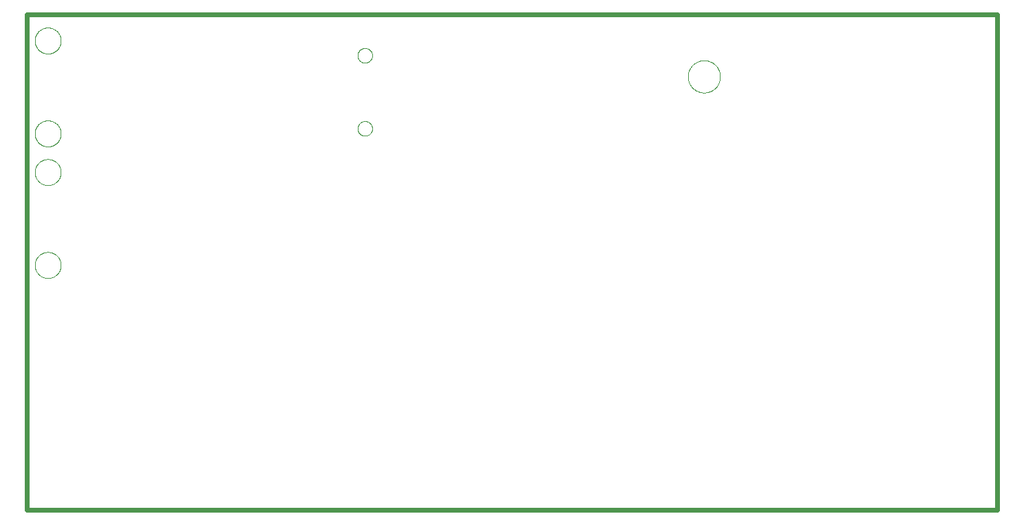
<source format=gko>
G75*
%MOIN*%
%OFA0B0*%
%FSLAX25Y25*%
%IPPOS*%
%LPD*%
%AMOC8*
5,1,8,0,0,1.08239X$1,22.5*
%
%ADD10C,0.00000*%
%ADD11C,0.02400*%
D10*
X0024951Y0172565D02*
X0024953Y0172723D01*
X0024959Y0172881D01*
X0024969Y0173039D01*
X0024983Y0173197D01*
X0025001Y0173354D01*
X0025022Y0173511D01*
X0025048Y0173667D01*
X0025078Y0173823D01*
X0025111Y0173978D01*
X0025149Y0174131D01*
X0025190Y0174284D01*
X0025235Y0174436D01*
X0025284Y0174587D01*
X0025337Y0174736D01*
X0025393Y0174884D01*
X0025453Y0175030D01*
X0025517Y0175175D01*
X0025585Y0175318D01*
X0025656Y0175460D01*
X0025730Y0175600D01*
X0025808Y0175737D01*
X0025890Y0175873D01*
X0025974Y0176007D01*
X0026063Y0176138D01*
X0026154Y0176267D01*
X0026249Y0176394D01*
X0026346Y0176519D01*
X0026447Y0176641D01*
X0026551Y0176760D01*
X0026658Y0176877D01*
X0026768Y0176991D01*
X0026881Y0177102D01*
X0026996Y0177211D01*
X0027114Y0177316D01*
X0027235Y0177418D01*
X0027358Y0177518D01*
X0027484Y0177614D01*
X0027612Y0177707D01*
X0027742Y0177797D01*
X0027875Y0177883D01*
X0028010Y0177967D01*
X0028146Y0178046D01*
X0028285Y0178123D01*
X0028426Y0178195D01*
X0028568Y0178265D01*
X0028712Y0178330D01*
X0028858Y0178392D01*
X0029005Y0178450D01*
X0029154Y0178505D01*
X0029304Y0178556D01*
X0029455Y0178603D01*
X0029607Y0178646D01*
X0029760Y0178685D01*
X0029915Y0178721D01*
X0030070Y0178752D01*
X0030226Y0178780D01*
X0030382Y0178804D01*
X0030539Y0178824D01*
X0030697Y0178840D01*
X0030854Y0178852D01*
X0031013Y0178860D01*
X0031171Y0178864D01*
X0031329Y0178864D01*
X0031487Y0178860D01*
X0031646Y0178852D01*
X0031803Y0178840D01*
X0031961Y0178824D01*
X0032118Y0178804D01*
X0032274Y0178780D01*
X0032430Y0178752D01*
X0032585Y0178721D01*
X0032740Y0178685D01*
X0032893Y0178646D01*
X0033045Y0178603D01*
X0033196Y0178556D01*
X0033346Y0178505D01*
X0033495Y0178450D01*
X0033642Y0178392D01*
X0033788Y0178330D01*
X0033932Y0178265D01*
X0034074Y0178195D01*
X0034215Y0178123D01*
X0034354Y0178046D01*
X0034490Y0177967D01*
X0034625Y0177883D01*
X0034758Y0177797D01*
X0034888Y0177707D01*
X0035016Y0177614D01*
X0035142Y0177518D01*
X0035265Y0177418D01*
X0035386Y0177316D01*
X0035504Y0177211D01*
X0035619Y0177102D01*
X0035732Y0176991D01*
X0035842Y0176877D01*
X0035949Y0176760D01*
X0036053Y0176641D01*
X0036154Y0176519D01*
X0036251Y0176394D01*
X0036346Y0176267D01*
X0036437Y0176138D01*
X0036526Y0176007D01*
X0036610Y0175873D01*
X0036692Y0175737D01*
X0036770Y0175600D01*
X0036844Y0175460D01*
X0036915Y0175318D01*
X0036983Y0175175D01*
X0037047Y0175030D01*
X0037107Y0174884D01*
X0037163Y0174736D01*
X0037216Y0174587D01*
X0037265Y0174436D01*
X0037310Y0174284D01*
X0037351Y0174131D01*
X0037389Y0173978D01*
X0037422Y0173823D01*
X0037452Y0173667D01*
X0037478Y0173511D01*
X0037499Y0173354D01*
X0037517Y0173197D01*
X0037531Y0173039D01*
X0037541Y0172881D01*
X0037547Y0172723D01*
X0037549Y0172565D01*
X0037547Y0172407D01*
X0037541Y0172249D01*
X0037531Y0172091D01*
X0037517Y0171933D01*
X0037499Y0171776D01*
X0037478Y0171619D01*
X0037452Y0171463D01*
X0037422Y0171307D01*
X0037389Y0171152D01*
X0037351Y0170999D01*
X0037310Y0170846D01*
X0037265Y0170694D01*
X0037216Y0170543D01*
X0037163Y0170394D01*
X0037107Y0170246D01*
X0037047Y0170100D01*
X0036983Y0169955D01*
X0036915Y0169812D01*
X0036844Y0169670D01*
X0036770Y0169530D01*
X0036692Y0169393D01*
X0036610Y0169257D01*
X0036526Y0169123D01*
X0036437Y0168992D01*
X0036346Y0168863D01*
X0036251Y0168736D01*
X0036154Y0168611D01*
X0036053Y0168489D01*
X0035949Y0168370D01*
X0035842Y0168253D01*
X0035732Y0168139D01*
X0035619Y0168028D01*
X0035504Y0167919D01*
X0035386Y0167814D01*
X0035265Y0167712D01*
X0035142Y0167612D01*
X0035016Y0167516D01*
X0034888Y0167423D01*
X0034758Y0167333D01*
X0034625Y0167247D01*
X0034490Y0167163D01*
X0034354Y0167084D01*
X0034215Y0167007D01*
X0034074Y0166935D01*
X0033932Y0166865D01*
X0033788Y0166800D01*
X0033642Y0166738D01*
X0033495Y0166680D01*
X0033346Y0166625D01*
X0033196Y0166574D01*
X0033045Y0166527D01*
X0032893Y0166484D01*
X0032740Y0166445D01*
X0032585Y0166409D01*
X0032430Y0166378D01*
X0032274Y0166350D01*
X0032118Y0166326D01*
X0031961Y0166306D01*
X0031803Y0166290D01*
X0031646Y0166278D01*
X0031487Y0166270D01*
X0031329Y0166266D01*
X0031171Y0166266D01*
X0031013Y0166270D01*
X0030854Y0166278D01*
X0030697Y0166290D01*
X0030539Y0166306D01*
X0030382Y0166326D01*
X0030226Y0166350D01*
X0030070Y0166378D01*
X0029915Y0166409D01*
X0029760Y0166445D01*
X0029607Y0166484D01*
X0029455Y0166527D01*
X0029304Y0166574D01*
X0029154Y0166625D01*
X0029005Y0166680D01*
X0028858Y0166738D01*
X0028712Y0166800D01*
X0028568Y0166865D01*
X0028426Y0166935D01*
X0028285Y0167007D01*
X0028146Y0167084D01*
X0028010Y0167163D01*
X0027875Y0167247D01*
X0027742Y0167333D01*
X0027612Y0167423D01*
X0027484Y0167516D01*
X0027358Y0167612D01*
X0027235Y0167712D01*
X0027114Y0167814D01*
X0026996Y0167919D01*
X0026881Y0168028D01*
X0026768Y0168139D01*
X0026658Y0168253D01*
X0026551Y0168370D01*
X0026447Y0168489D01*
X0026346Y0168611D01*
X0026249Y0168736D01*
X0026154Y0168863D01*
X0026063Y0168992D01*
X0025974Y0169123D01*
X0025890Y0169257D01*
X0025808Y0169393D01*
X0025730Y0169530D01*
X0025656Y0169670D01*
X0025585Y0169812D01*
X0025517Y0169955D01*
X0025453Y0170100D01*
X0025393Y0170246D01*
X0025337Y0170394D01*
X0025284Y0170543D01*
X0025235Y0170694D01*
X0025190Y0170846D01*
X0025149Y0170999D01*
X0025111Y0171152D01*
X0025078Y0171307D01*
X0025048Y0171463D01*
X0025022Y0171619D01*
X0025001Y0171776D01*
X0024983Y0171933D01*
X0024969Y0172091D01*
X0024959Y0172249D01*
X0024953Y0172407D01*
X0024951Y0172565D01*
X0024951Y0217565D02*
X0024953Y0217723D01*
X0024959Y0217881D01*
X0024969Y0218039D01*
X0024983Y0218197D01*
X0025001Y0218354D01*
X0025022Y0218511D01*
X0025048Y0218667D01*
X0025078Y0218823D01*
X0025111Y0218978D01*
X0025149Y0219131D01*
X0025190Y0219284D01*
X0025235Y0219436D01*
X0025284Y0219587D01*
X0025337Y0219736D01*
X0025393Y0219884D01*
X0025453Y0220030D01*
X0025517Y0220175D01*
X0025585Y0220318D01*
X0025656Y0220460D01*
X0025730Y0220600D01*
X0025808Y0220737D01*
X0025890Y0220873D01*
X0025974Y0221007D01*
X0026063Y0221138D01*
X0026154Y0221267D01*
X0026249Y0221394D01*
X0026346Y0221519D01*
X0026447Y0221641D01*
X0026551Y0221760D01*
X0026658Y0221877D01*
X0026768Y0221991D01*
X0026881Y0222102D01*
X0026996Y0222211D01*
X0027114Y0222316D01*
X0027235Y0222418D01*
X0027358Y0222518D01*
X0027484Y0222614D01*
X0027612Y0222707D01*
X0027742Y0222797D01*
X0027875Y0222883D01*
X0028010Y0222967D01*
X0028146Y0223046D01*
X0028285Y0223123D01*
X0028426Y0223195D01*
X0028568Y0223265D01*
X0028712Y0223330D01*
X0028858Y0223392D01*
X0029005Y0223450D01*
X0029154Y0223505D01*
X0029304Y0223556D01*
X0029455Y0223603D01*
X0029607Y0223646D01*
X0029760Y0223685D01*
X0029915Y0223721D01*
X0030070Y0223752D01*
X0030226Y0223780D01*
X0030382Y0223804D01*
X0030539Y0223824D01*
X0030697Y0223840D01*
X0030854Y0223852D01*
X0031013Y0223860D01*
X0031171Y0223864D01*
X0031329Y0223864D01*
X0031487Y0223860D01*
X0031646Y0223852D01*
X0031803Y0223840D01*
X0031961Y0223824D01*
X0032118Y0223804D01*
X0032274Y0223780D01*
X0032430Y0223752D01*
X0032585Y0223721D01*
X0032740Y0223685D01*
X0032893Y0223646D01*
X0033045Y0223603D01*
X0033196Y0223556D01*
X0033346Y0223505D01*
X0033495Y0223450D01*
X0033642Y0223392D01*
X0033788Y0223330D01*
X0033932Y0223265D01*
X0034074Y0223195D01*
X0034215Y0223123D01*
X0034354Y0223046D01*
X0034490Y0222967D01*
X0034625Y0222883D01*
X0034758Y0222797D01*
X0034888Y0222707D01*
X0035016Y0222614D01*
X0035142Y0222518D01*
X0035265Y0222418D01*
X0035386Y0222316D01*
X0035504Y0222211D01*
X0035619Y0222102D01*
X0035732Y0221991D01*
X0035842Y0221877D01*
X0035949Y0221760D01*
X0036053Y0221641D01*
X0036154Y0221519D01*
X0036251Y0221394D01*
X0036346Y0221267D01*
X0036437Y0221138D01*
X0036526Y0221007D01*
X0036610Y0220873D01*
X0036692Y0220737D01*
X0036770Y0220600D01*
X0036844Y0220460D01*
X0036915Y0220318D01*
X0036983Y0220175D01*
X0037047Y0220030D01*
X0037107Y0219884D01*
X0037163Y0219736D01*
X0037216Y0219587D01*
X0037265Y0219436D01*
X0037310Y0219284D01*
X0037351Y0219131D01*
X0037389Y0218978D01*
X0037422Y0218823D01*
X0037452Y0218667D01*
X0037478Y0218511D01*
X0037499Y0218354D01*
X0037517Y0218197D01*
X0037531Y0218039D01*
X0037541Y0217881D01*
X0037547Y0217723D01*
X0037549Y0217565D01*
X0037547Y0217407D01*
X0037541Y0217249D01*
X0037531Y0217091D01*
X0037517Y0216933D01*
X0037499Y0216776D01*
X0037478Y0216619D01*
X0037452Y0216463D01*
X0037422Y0216307D01*
X0037389Y0216152D01*
X0037351Y0215999D01*
X0037310Y0215846D01*
X0037265Y0215694D01*
X0037216Y0215543D01*
X0037163Y0215394D01*
X0037107Y0215246D01*
X0037047Y0215100D01*
X0036983Y0214955D01*
X0036915Y0214812D01*
X0036844Y0214670D01*
X0036770Y0214530D01*
X0036692Y0214393D01*
X0036610Y0214257D01*
X0036526Y0214123D01*
X0036437Y0213992D01*
X0036346Y0213863D01*
X0036251Y0213736D01*
X0036154Y0213611D01*
X0036053Y0213489D01*
X0035949Y0213370D01*
X0035842Y0213253D01*
X0035732Y0213139D01*
X0035619Y0213028D01*
X0035504Y0212919D01*
X0035386Y0212814D01*
X0035265Y0212712D01*
X0035142Y0212612D01*
X0035016Y0212516D01*
X0034888Y0212423D01*
X0034758Y0212333D01*
X0034625Y0212247D01*
X0034490Y0212163D01*
X0034354Y0212084D01*
X0034215Y0212007D01*
X0034074Y0211935D01*
X0033932Y0211865D01*
X0033788Y0211800D01*
X0033642Y0211738D01*
X0033495Y0211680D01*
X0033346Y0211625D01*
X0033196Y0211574D01*
X0033045Y0211527D01*
X0032893Y0211484D01*
X0032740Y0211445D01*
X0032585Y0211409D01*
X0032430Y0211378D01*
X0032274Y0211350D01*
X0032118Y0211326D01*
X0031961Y0211306D01*
X0031803Y0211290D01*
X0031646Y0211278D01*
X0031487Y0211270D01*
X0031329Y0211266D01*
X0031171Y0211266D01*
X0031013Y0211270D01*
X0030854Y0211278D01*
X0030697Y0211290D01*
X0030539Y0211306D01*
X0030382Y0211326D01*
X0030226Y0211350D01*
X0030070Y0211378D01*
X0029915Y0211409D01*
X0029760Y0211445D01*
X0029607Y0211484D01*
X0029455Y0211527D01*
X0029304Y0211574D01*
X0029154Y0211625D01*
X0029005Y0211680D01*
X0028858Y0211738D01*
X0028712Y0211800D01*
X0028568Y0211865D01*
X0028426Y0211935D01*
X0028285Y0212007D01*
X0028146Y0212084D01*
X0028010Y0212163D01*
X0027875Y0212247D01*
X0027742Y0212333D01*
X0027612Y0212423D01*
X0027484Y0212516D01*
X0027358Y0212612D01*
X0027235Y0212712D01*
X0027114Y0212814D01*
X0026996Y0212919D01*
X0026881Y0213028D01*
X0026768Y0213139D01*
X0026658Y0213253D01*
X0026551Y0213370D01*
X0026447Y0213489D01*
X0026346Y0213611D01*
X0026249Y0213736D01*
X0026154Y0213863D01*
X0026063Y0213992D01*
X0025974Y0214123D01*
X0025890Y0214257D01*
X0025808Y0214393D01*
X0025730Y0214530D01*
X0025656Y0214670D01*
X0025585Y0214812D01*
X0025517Y0214955D01*
X0025453Y0215100D01*
X0025393Y0215246D01*
X0025337Y0215394D01*
X0025284Y0215543D01*
X0025235Y0215694D01*
X0025190Y0215846D01*
X0025149Y0215999D01*
X0025111Y0216152D01*
X0025078Y0216307D01*
X0025048Y0216463D01*
X0025022Y0216619D01*
X0025001Y0216776D01*
X0024983Y0216933D01*
X0024969Y0217091D01*
X0024959Y0217249D01*
X0024953Y0217407D01*
X0024951Y0217565D01*
X0024951Y0236315D02*
X0024953Y0236473D01*
X0024959Y0236631D01*
X0024969Y0236789D01*
X0024983Y0236947D01*
X0025001Y0237104D01*
X0025022Y0237261D01*
X0025048Y0237417D01*
X0025078Y0237573D01*
X0025111Y0237728D01*
X0025149Y0237881D01*
X0025190Y0238034D01*
X0025235Y0238186D01*
X0025284Y0238337D01*
X0025337Y0238486D01*
X0025393Y0238634D01*
X0025453Y0238780D01*
X0025517Y0238925D01*
X0025585Y0239068D01*
X0025656Y0239210D01*
X0025730Y0239350D01*
X0025808Y0239487D01*
X0025890Y0239623D01*
X0025974Y0239757D01*
X0026063Y0239888D01*
X0026154Y0240017D01*
X0026249Y0240144D01*
X0026346Y0240269D01*
X0026447Y0240391D01*
X0026551Y0240510D01*
X0026658Y0240627D01*
X0026768Y0240741D01*
X0026881Y0240852D01*
X0026996Y0240961D01*
X0027114Y0241066D01*
X0027235Y0241168D01*
X0027358Y0241268D01*
X0027484Y0241364D01*
X0027612Y0241457D01*
X0027742Y0241547D01*
X0027875Y0241633D01*
X0028010Y0241717D01*
X0028146Y0241796D01*
X0028285Y0241873D01*
X0028426Y0241945D01*
X0028568Y0242015D01*
X0028712Y0242080D01*
X0028858Y0242142D01*
X0029005Y0242200D01*
X0029154Y0242255D01*
X0029304Y0242306D01*
X0029455Y0242353D01*
X0029607Y0242396D01*
X0029760Y0242435D01*
X0029915Y0242471D01*
X0030070Y0242502D01*
X0030226Y0242530D01*
X0030382Y0242554D01*
X0030539Y0242574D01*
X0030697Y0242590D01*
X0030854Y0242602D01*
X0031013Y0242610D01*
X0031171Y0242614D01*
X0031329Y0242614D01*
X0031487Y0242610D01*
X0031646Y0242602D01*
X0031803Y0242590D01*
X0031961Y0242574D01*
X0032118Y0242554D01*
X0032274Y0242530D01*
X0032430Y0242502D01*
X0032585Y0242471D01*
X0032740Y0242435D01*
X0032893Y0242396D01*
X0033045Y0242353D01*
X0033196Y0242306D01*
X0033346Y0242255D01*
X0033495Y0242200D01*
X0033642Y0242142D01*
X0033788Y0242080D01*
X0033932Y0242015D01*
X0034074Y0241945D01*
X0034215Y0241873D01*
X0034354Y0241796D01*
X0034490Y0241717D01*
X0034625Y0241633D01*
X0034758Y0241547D01*
X0034888Y0241457D01*
X0035016Y0241364D01*
X0035142Y0241268D01*
X0035265Y0241168D01*
X0035386Y0241066D01*
X0035504Y0240961D01*
X0035619Y0240852D01*
X0035732Y0240741D01*
X0035842Y0240627D01*
X0035949Y0240510D01*
X0036053Y0240391D01*
X0036154Y0240269D01*
X0036251Y0240144D01*
X0036346Y0240017D01*
X0036437Y0239888D01*
X0036526Y0239757D01*
X0036610Y0239623D01*
X0036692Y0239487D01*
X0036770Y0239350D01*
X0036844Y0239210D01*
X0036915Y0239068D01*
X0036983Y0238925D01*
X0037047Y0238780D01*
X0037107Y0238634D01*
X0037163Y0238486D01*
X0037216Y0238337D01*
X0037265Y0238186D01*
X0037310Y0238034D01*
X0037351Y0237881D01*
X0037389Y0237728D01*
X0037422Y0237573D01*
X0037452Y0237417D01*
X0037478Y0237261D01*
X0037499Y0237104D01*
X0037517Y0236947D01*
X0037531Y0236789D01*
X0037541Y0236631D01*
X0037547Y0236473D01*
X0037549Y0236315D01*
X0037547Y0236157D01*
X0037541Y0235999D01*
X0037531Y0235841D01*
X0037517Y0235683D01*
X0037499Y0235526D01*
X0037478Y0235369D01*
X0037452Y0235213D01*
X0037422Y0235057D01*
X0037389Y0234902D01*
X0037351Y0234749D01*
X0037310Y0234596D01*
X0037265Y0234444D01*
X0037216Y0234293D01*
X0037163Y0234144D01*
X0037107Y0233996D01*
X0037047Y0233850D01*
X0036983Y0233705D01*
X0036915Y0233562D01*
X0036844Y0233420D01*
X0036770Y0233280D01*
X0036692Y0233143D01*
X0036610Y0233007D01*
X0036526Y0232873D01*
X0036437Y0232742D01*
X0036346Y0232613D01*
X0036251Y0232486D01*
X0036154Y0232361D01*
X0036053Y0232239D01*
X0035949Y0232120D01*
X0035842Y0232003D01*
X0035732Y0231889D01*
X0035619Y0231778D01*
X0035504Y0231669D01*
X0035386Y0231564D01*
X0035265Y0231462D01*
X0035142Y0231362D01*
X0035016Y0231266D01*
X0034888Y0231173D01*
X0034758Y0231083D01*
X0034625Y0230997D01*
X0034490Y0230913D01*
X0034354Y0230834D01*
X0034215Y0230757D01*
X0034074Y0230685D01*
X0033932Y0230615D01*
X0033788Y0230550D01*
X0033642Y0230488D01*
X0033495Y0230430D01*
X0033346Y0230375D01*
X0033196Y0230324D01*
X0033045Y0230277D01*
X0032893Y0230234D01*
X0032740Y0230195D01*
X0032585Y0230159D01*
X0032430Y0230128D01*
X0032274Y0230100D01*
X0032118Y0230076D01*
X0031961Y0230056D01*
X0031803Y0230040D01*
X0031646Y0230028D01*
X0031487Y0230020D01*
X0031329Y0230016D01*
X0031171Y0230016D01*
X0031013Y0230020D01*
X0030854Y0230028D01*
X0030697Y0230040D01*
X0030539Y0230056D01*
X0030382Y0230076D01*
X0030226Y0230100D01*
X0030070Y0230128D01*
X0029915Y0230159D01*
X0029760Y0230195D01*
X0029607Y0230234D01*
X0029455Y0230277D01*
X0029304Y0230324D01*
X0029154Y0230375D01*
X0029005Y0230430D01*
X0028858Y0230488D01*
X0028712Y0230550D01*
X0028568Y0230615D01*
X0028426Y0230685D01*
X0028285Y0230757D01*
X0028146Y0230834D01*
X0028010Y0230913D01*
X0027875Y0230997D01*
X0027742Y0231083D01*
X0027612Y0231173D01*
X0027484Y0231266D01*
X0027358Y0231362D01*
X0027235Y0231462D01*
X0027114Y0231564D01*
X0026996Y0231669D01*
X0026881Y0231778D01*
X0026768Y0231889D01*
X0026658Y0232003D01*
X0026551Y0232120D01*
X0026447Y0232239D01*
X0026346Y0232361D01*
X0026249Y0232486D01*
X0026154Y0232613D01*
X0026063Y0232742D01*
X0025974Y0232873D01*
X0025890Y0233007D01*
X0025808Y0233143D01*
X0025730Y0233280D01*
X0025656Y0233420D01*
X0025585Y0233562D01*
X0025517Y0233705D01*
X0025453Y0233850D01*
X0025393Y0233996D01*
X0025337Y0234144D01*
X0025284Y0234293D01*
X0025235Y0234444D01*
X0025190Y0234596D01*
X0025149Y0234749D01*
X0025111Y0234902D01*
X0025078Y0235057D01*
X0025048Y0235213D01*
X0025022Y0235369D01*
X0025001Y0235526D01*
X0024983Y0235683D01*
X0024969Y0235841D01*
X0024959Y0235999D01*
X0024953Y0236157D01*
X0024951Y0236315D01*
X0024951Y0281315D02*
X0024953Y0281473D01*
X0024959Y0281631D01*
X0024969Y0281789D01*
X0024983Y0281947D01*
X0025001Y0282104D01*
X0025022Y0282261D01*
X0025048Y0282417D01*
X0025078Y0282573D01*
X0025111Y0282728D01*
X0025149Y0282881D01*
X0025190Y0283034D01*
X0025235Y0283186D01*
X0025284Y0283337D01*
X0025337Y0283486D01*
X0025393Y0283634D01*
X0025453Y0283780D01*
X0025517Y0283925D01*
X0025585Y0284068D01*
X0025656Y0284210D01*
X0025730Y0284350D01*
X0025808Y0284487D01*
X0025890Y0284623D01*
X0025974Y0284757D01*
X0026063Y0284888D01*
X0026154Y0285017D01*
X0026249Y0285144D01*
X0026346Y0285269D01*
X0026447Y0285391D01*
X0026551Y0285510D01*
X0026658Y0285627D01*
X0026768Y0285741D01*
X0026881Y0285852D01*
X0026996Y0285961D01*
X0027114Y0286066D01*
X0027235Y0286168D01*
X0027358Y0286268D01*
X0027484Y0286364D01*
X0027612Y0286457D01*
X0027742Y0286547D01*
X0027875Y0286633D01*
X0028010Y0286717D01*
X0028146Y0286796D01*
X0028285Y0286873D01*
X0028426Y0286945D01*
X0028568Y0287015D01*
X0028712Y0287080D01*
X0028858Y0287142D01*
X0029005Y0287200D01*
X0029154Y0287255D01*
X0029304Y0287306D01*
X0029455Y0287353D01*
X0029607Y0287396D01*
X0029760Y0287435D01*
X0029915Y0287471D01*
X0030070Y0287502D01*
X0030226Y0287530D01*
X0030382Y0287554D01*
X0030539Y0287574D01*
X0030697Y0287590D01*
X0030854Y0287602D01*
X0031013Y0287610D01*
X0031171Y0287614D01*
X0031329Y0287614D01*
X0031487Y0287610D01*
X0031646Y0287602D01*
X0031803Y0287590D01*
X0031961Y0287574D01*
X0032118Y0287554D01*
X0032274Y0287530D01*
X0032430Y0287502D01*
X0032585Y0287471D01*
X0032740Y0287435D01*
X0032893Y0287396D01*
X0033045Y0287353D01*
X0033196Y0287306D01*
X0033346Y0287255D01*
X0033495Y0287200D01*
X0033642Y0287142D01*
X0033788Y0287080D01*
X0033932Y0287015D01*
X0034074Y0286945D01*
X0034215Y0286873D01*
X0034354Y0286796D01*
X0034490Y0286717D01*
X0034625Y0286633D01*
X0034758Y0286547D01*
X0034888Y0286457D01*
X0035016Y0286364D01*
X0035142Y0286268D01*
X0035265Y0286168D01*
X0035386Y0286066D01*
X0035504Y0285961D01*
X0035619Y0285852D01*
X0035732Y0285741D01*
X0035842Y0285627D01*
X0035949Y0285510D01*
X0036053Y0285391D01*
X0036154Y0285269D01*
X0036251Y0285144D01*
X0036346Y0285017D01*
X0036437Y0284888D01*
X0036526Y0284757D01*
X0036610Y0284623D01*
X0036692Y0284487D01*
X0036770Y0284350D01*
X0036844Y0284210D01*
X0036915Y0284068D01*
X0036983Y0283925D01*
X0037047Y0283780D01*
X0037107Y0283634D01*
X0037163Y0283486D01*
X0037216Y0283337D01*
X0037265Y0283186D01*
X0037310Y0283034D01*
X0037351Y0282881D01*
X0037389Y0282728D01*
X0037422Y0282573D01*
X0037452Y0282417D01*
X0037478Y0282261D01*
X0037499Y0282104D01*
X0037517Y0281947D01*
X0037531Y0281789D01*
X0037541Y0281631D01*
X0037547Y0281473D01*
X0037549Y0281315D01*
X0037547Y0281157D01*
X0037541Y0280999D01*
X0037531Y0280841D01*
X0037517Y0280683D01*
X0037499Y0280526D01*
X0037478Y0280369D01*
X0037452Y0280213D01*
X0037422Y0280057D01*
X0037389Y0279902D01*
X0037351Y0279749D01*
X0037310Y0279596D01*
X0037265Y0279444D01*
X0037216Y0279293D01*
X0037163Y0279144D01*
X0037107Y0278996D01*
X0037047Y0278850D01*
X0036983Y0278705D01*
X0036915Y0278562D01*
X0036844Y0278420D01*
X0036770Y0278280D01*
X0036692Y0278143D01*
X0036610Y0278007D01*
X0036526Y0277873D01*
X0036437Y0277742D01*
X0036346Y0277613D01*
X0036251Y0277486D01*
X0036154Y0277361D01*
X0036053Y0277239D01*
X0035949Y0277120D01*
X0035842Y0277003D01*
X0035732Y0276889D01*
X0035619Y0276778D01*
X0035504Y0276669D01*
X0035386Y0276564D01*
X0035265Y0276462D01*
X0035142Y0276362D01*
X0035016Y0276266D01*
X0034888Y0276173D01*
X0034758Y0276083D01*
X0034625Y0275997D01*
X0034490Y0275913D01*
X0034354Y0275834D01*
X0034215Y0275757D01*
X0034074Y0275685D01*
X0033932Y0275615D01*
X0033788Y0275550D01*
X0033642Y0275488D01*
X0033495Y0275430D01*
X0033346Y0275375D01*
X0033196Y0275324D01*
X0033045Y0275277D01*
X0032893Y0275234D01*
X0032740Y0275195D01*
X0032585Y0275159D01*
X0032430Y0275128D01*
X0032274Y0275100D01*
X0032118Y0275076D01*
X0031961Y0275056D01*
X0031803Y0275040D01*
X0031646Y0275028D01*
X0031487Y0275020D01*
X0031329Y0275016D01*
X0031171Y0275016D01*
X0031013Y0275020D01*
X0030854Y0275028D01*
X0030697Y0275040D01*
X0030539Y0275056D01*
X0030382Y0275076D01*
X0030226Y0275100D01*
X0030070Y0275128D01*
X0029915Y0275159D01*
X0029760Y0275195D01*
X0029607Y0275234D01*
X0029455Y0275277D01*
X0029304Y0275324D01*
X0029154Y0275375D01*
X0029005Y0275430D01*
X0028858Y0275488D01*
X0028712Y0275550D01*
X0028568Y0275615D01*
X0028426Y0275685D01*
X0028285Y0275757D01*
X0028146Y0275834D01*
X0028010Y0275913D01*
X0027875Y0275997D01*
X0027742Y0276083D01*
X0027612Y0276173D01*
X0027484Y0276266D01*
X0027358Y0276362D01*
X0027235Y0276462D01*
X0027114Y0276564D01*
X0026996Y0276669D01*
X0026881Y0276778D01*
X0026768Y0276889D01*
X0026658Y0277003D01*
X0026551Y0277120D01*
X0026447Y0277239D01*
X0026346Y0277361D01*
X0026249Y0277486D01*
X0026154Y0277613D01*
X0026063Y0277742D01*
X0025974Y0277873D01*
X0025890Y0278007D01*
X0025808Y0278143D01*
X0025730Y0278280D01*
X0025656Y0278420D01*
X0025585Y0278562D01*
X0025517Y0278705D01*
X0025453Y0278850D01*
X0025393Y0278996D01*
X0025337Y0279144D01*
X0025284Y0279293D01*
X0025235Y0279444D01*
X0025190Y0279596D01*
X0025149Y0279749D01*
X0025111Y0279902D01*
X0025078Y0280057D01*
X0025048Y0280213D01*
X0025022Y0280369D01*
X0025001Y0280526D01*
X0024983Y0280683D01*
X0024969Y0280841D01*
X0024959Y0280999D01*
X0024953Y0281157D01*
X0024951Y0281315D01*
X0181293Y0274133D02*
X0181295Y0274252D01*
X0181301Y0274370D01*
X0181311Y0274488D01*
X0181325Y0274606D01*
X0181342Y0274723D01*
X0181364Y0274840D01*
X0181390Y0274956D01*
X0181419Y0275071D01*
X0181452Y0275185D01*
X0181489Y0275297D01*
X0181530Y0275409D01*
X0181575Y0275519D01*
X0181623Y0275627D01*
X0181675Y0275734D01*
X0181730Y0275839D01*
X0181789Y0275942D01*
X0181851Y0276043D01*
X0181916Y0276142D01*
X0181985Y0276239D01*
X0182057Y0276333D01*
X0182132Y0276425D01*
X0182210Y0276514D01*
X0182291Y0276601D01*
X0182375Y0276685D01*
X0182462Y0276766D01*
X0182551Y0276844D01*
X0182643Y0276919D01*
X0182737Y0276991D01*
X0182834Y0277060D01*
X0182933Y0277125D01*
X0183034Y0277187D01*
X0183137Y0277246D01*
X0183242Y0277301D01*
X0183349Y0277353D01*
X0183457Y0277401D01*
X0183567Y0277446D01*
X0183679Y0277487D01*
X0183791Y0277524D01*
X0183905Y0277557D01*
X0184020Y0277586D01*
X0184136Y0277612D01*
X0184253Y0277634D01*
X0184370Y0277651D01*
X0184488Y0277665D01*
X0184606Y0277675D01*
X0184724Y0277681D01*
X0184843Y0277683D01*
X0184962Y0277681D01*
X0185080Y0277675D01*
X0185198Y0277665D01*
X0185316Y0277651D01*
X0185433Y0277634D01*
X0185550Y0277612D01*
X0185666Y0277586D01*
X0185781Y0277557D01*
X0185895Y0277524D01*
X0186007Y0277487D01*
X0186119Y0277446D01*
X0186229Y0277401D01*
X0186337Y0277353D01*
X0186444Y0277301D01*
X0186549Y0277246D01*
X0186652Y0277187D01*
X0186753Y0277125D01*
X0186852Y0277060D01*
X0186949Y0276991D01*
X0187043Y0276919D01*
X0187135Y0276844D01*
X0187224Y0276766D01*
X0187311Y0276685D01*
X0187395Y0276601D01*
X0187476Y0276514D01*
X0187554Y0276425D01*
X0187629Y0276333D01*
X0187701Y0276239D01*
X0187770Y0276142D01*
X0187835Y0276043D01*
X0187897Y0275942D01*
X0187956Y0275839D01*
X0188011Y0275734D01*
X0188063Y0275627D01*
X0188111Y0275519D01*
X0188156Y0275409D01*
X0188197Y0275297D01*
X0188234Y0275185D01*
X0188267Y0275071D01*
X0188296Y0274956D01*
X0188322Y0274840D01*
X0188344Y0274723D01*
X0188361Y0274606D01*
X0188375Y0274488D01*
X0188385Y0274370D01*
X0188391Y0274252D01*
X0188393Y0274133D01*
X0188391Y0274014D01*
X0188385Y0273896D01*
X0188375Y0273778D01*
X0188361Y0273660D01*
X0188344Y0273543D01*
X0188322Y0273426D01*
X0188296Y0273310D01*
X0188267Y0273195D01*
X0188234Y0273081D01*
X0188197Y0272969D01*
X0188156Y0272857D01*
X0188111Y0272747D01*
X0188063Y0272639D01*
X0188011Y0272532D01*
X0187956Y0272427D01*
X0187897Y0272324D01*
X0187835Y0272223D01*
X0187770Y0272124D01*
X0187701Y0272027D01*
X0187629Y0271933D01*
X0187554Y0271841D01*
X0187476Y0271752D01*
X0187395Y0271665D01*
X0187311Y0271581D01*
X0187224Y0271500D01*
X0187135Y0271422D01*
X0187043Y0271347D01*
X0186949Y0271275D01*
X0186852Y0271206D01*
X0186753Y0271141D01*
X0186652Y0271079D01*
X0186549Y0271020D01*
X0186444Y0270965D01*
X0186337Y0270913D01*
X0186229Y0270865D01*
X0186119Y0270820D01*
X0186007Y0270779D01*
X0185895Y0270742D01*
X0185781Y0270709D01*
X0185666Y0270680D01*
X0185550Y0270654D01*
X0185433Y0270632D01*
X0185316Y0270615D01*
X0185198Y0270601D01*
X0185080Y0270591D01*
X0184962Y0270585D01*
X0184843Y0270583D01*
X0184724Y0270585D01*
X0184606Y0270591D01*
X0184488Y0270601D01*
X0184370Y0270615D01*
X0184253Y0270632D01*
X0184136Y0270654D01*
X0184020Y0270680D01*
X0183905Y0270709D01*
X0183791Y0270742D01*
X0183679Y0270779D01*
X0183567Y0270820D01*
X0183457Y0270865D01*
X0183349Y0270913D01*
X0183242Y0270965D01*
X0183137Y0271020D01*
X0183034Y0271079D01*
X0182933Y0271141D01*
X0182834Y0271206D01*
X0182737Y0271275D01*
X0182643Y0271347D01*
X0182551Y0271422D01*
X0182462Y0271500D01*
X0182375Y0271581D01*
X0182291Y0271665D01*
X0182210Y0271752D01*
X0182132Y0271841D01*
X0182057Y0271933D01*
X0181985Y0272027D01*
X0181916Y0272124D01*
X0181851Y0272223D01*
X0181789Y0272324D01*
X0181730Y0272427D01*
X0181675Y0272532D01*
X0181623Y0272639D01*
X0181575Y0272747D01*
X0181530Y0272857D01*
X0181489Y0272969D01*
X0181452Y0273081D01*
X0181419Y0273195D01*
X0181390Y0273310D01*
X0181364Y0273426D01*
X0181342Y0273543D01*
X0181325Y0273660D01*
X0181311Y0273778D01*
X0181301Y0273896D01*
X0181295Y0274014D01*
X0181293Y0274133D01*
X0181300Y0238733D02*
X0181302Y0238851D01*
X0181308Y0238970D01*
X0181318Y0239088D01*
X0181332Y0239205D01*
X0181349Y0239322D01*
X0181371Y0239439D01*
X0181397Y0239554D01*
X0181426Y0239669D01*
X0181459Y0239783D01*
X0181496Y0239895D01*
X0181537Y0240006D01*
X0181581Y0240116D01*
X0181629Y0240224D01*
X0181681Y0240331D01*
X0181736Y0240436D01*
X0181795Y0240539D01*
X0181857Y0240639D01*
X0181922Y0240738D01*
X0181991Y0240835D01*
X0182062Y0240929D01*
X0182137Y0241020D01*
X0182215Y0241110D01*
X0182296Y0241196D01*
X0182380Y0241280D01*
X0182466Y0241361D01*
X0182556Y0241439D01*
X0182647Y0241514D01*
X0182741Y0241585D01*
X0182838Y0241654D01*
X0182937Y0241719D01*
X0183037Y0241781D01*
X0183140Y0241840D01*
X0183245Y0241895D01*
X0183352Y0241947D01*
X0183460Y0241995D01*
X0183570Y0242039D01*
X0183681Y0242080D01*
X0183793Y0242117D01*
X0183907Y0242150D01*
X0184022Y0242179D01*
X0184137Y0242205D01*
X0184254Y0242227D01*
X0184371Y0242244D01*
X0184488Y0242258D01*
X0184606Y0242268D01*
X0184725Y0242274D01*
X0184843Y0242276D01*
X0184961Y0242274D01*
X0185080Y0242268D01*
X0185198Y0242258D01*
X0185315Y0242244D01*
X0185432Y0242227D01*
X0185549Y0242205D01*
X0185664Y0242179D01*
X0185779Y0242150D01*
X0185893Y0242117D01*
X0186005Y0242080D01*
X0186116Y0242039D01*
X0186226Y0241995D01*
X0186334Y0241947D01*
X0186441Y0241895D01*
X0186546Y0241840D01*
X0186649Y0241781D01*
X0186749Y0241719D01*
X0186848Y0241654D01*
X0186945Y0241585D01*
X0187039Y0241514D01*
X0187130Y0241439D01*
X0187220Y0241361D01*
X0187306Y0241280D01*
X0187390Y0241196D01*
X0187471Y0241110D01*
X0187549Y0241020D01*
X0187624Y0240929D01*
X0187695Y0240835D01*
X0187764Y0240738D01*
X0187829Y0240639D01*
X0187891Y0240539D01*
X0187950Y0240436D01*
X0188005Y0240331D01*
X0188057Y0240224D01*
X0188105Y0240116D01*
X0188149Y0240006D01*
X0188190Y0239895D01*
X0188227Y0239783D01*
X0188260Y0239669D01*
X0188289Y0239554D01*
X0188315Y0239439D01*
X0188337Y0239322D01*
X0188354Y0239205D01*
X0188368Y0239088D01*
X0188378Y0238970D01*
X0188384Y0238851D01*
X0188386Y0238733D01*
X0188384Y0238615D01*
X0188378Y0238496D01*
X0188368Y0238378D01*
X0188354Y0238261D01*
X0188337Y0238144D01*
X0188315Y0238027D01*
X0188289Y0237912D01*
X0188260Y0237797D01*
X0188227Y0237683D01*
X0188190Y0237571D01*
X0188149Y0237460D01*
X0188105Y0237350D01*
X0188057Y0237242D01*
X0188005Y0237135D01*
X0187950Y0237030D01*
X0187891Y0236927D01*
X0187829Y0236827D01*
X0187764Y0236728D01*
X0187695Y0236631D01*
X0187624Y0236537D01*
X0187549Y0236446D01*
X0187471Y0236356D01*
X0187390Y0236270D01*
X0187306Y0236186D01*
X0187220Y0236105D01*
X0187130Y0236027D01*
X0187039Y0235952D01*
X0186945Y0235881D01*
X0186848Y0235812D01*
X0186749Y0235747D01*
X0186649Y0235685D01*
X0186546Y0235626D01*
X0186441Y0235571D01*
X0186334Y0235519D01*
X0186226Y0235471D01*
X0186116Y0235427D01*
X0186005Y0235386D01*
X0185893Y0235349D01*
X0185779Y0235316D01*
X0185664Y0235287D01*
X0185549Y0235261D01*
X0185432Y0235239D01*
X0185315Y0235222D01*
X0185198Y0235208D01*
X0185080Y0235198D01*
X0184961Y0235192D01*
X0184843Y0235190D01*
X0184725Y0235192D01*
X0184606Y0235198D01*
X0184488Y0235208D01*
X0184371Y0235222D01*
X0184254Y0235239D01*
X0184137Y0235261D01*
X0184022Y0235287D01*
X0183907Y0235316D01*
X0183793Y0235349D01*
X0183681Y0235386D01*
X0183570Y0235427D01*
X0183460Y0235471D01*
X0183352Y0235519D01*
X0183245Y0235571D01*
X0183140Y0235626D01*
X0183037Y0235685D01*
X0182937Y0235747D01*
X0182838Y0235812D01*
X0182741Y0235881D01*
X0182647Y0235952D01*
X0182556Y0236027D01*
X0182466Y0236105D01*
X0182380Y0236186D01*
X0182296Y0236270D01*
X0182215Y0236356D01*
X0182137Y0236446D01*
X0182062Y0236537D01*
X0181991Y0236631D01*
X0181922Y0236728D01*
X0181857Y0236827D01*
X0181795Y0236927D01*
X0181736Y0237030D01*
X0181681Y0237135D01*
X0181629Y0237242D01*
X0181581Y0237350D01*
X0181537Y0237460D01*
X0181496Y0237571D01*
X0181459Y0237683D01*
X0181426Y0237797D01*
X0181397Y0237912D01*
X0181371Y0238027D01*
X0181349Y0238144D01*
X0181332Y0238261D01*
X0181318Y0238378D01*
X0181308Y0238496D01*
X0181302Y0238615D01*
X0181300Y0238733D01*
X0341281Y0263933D02*
X0341283Y0264125D01*
X0341290Y0264316D01*
X0341302Y0264508D01*
X0341319Y0264699D01*
X0341340Y0264889D01*
X0341366Y0265079D01*
X0341396Y0265269D01*
X0341431Y0265457D01*
X0341471Y0265645D01*
X0341515Y0265831D01*
X0341564Y0266017D01*
X0341617Y0266201D01*
X0341675Y0266383D01*
X0341738Y0266565D01*
X0341804Y0266745D01*
X0341876Y0266923D01*
X0341951Y0267099D01*
X0342031Y0267273D01*
X0342115Y0267445D01*
X0342203Y0267616D01*
X0342296Y0267784D01*
X0342392Y0267949D01*
X0342493Y0268112D01*
X0342598Y0268273D01*
X0342706Y0268431D01*
X0342818Y0268587D01*
X0342934Y0268739D01*
X0343054Y0268889D01*
X0343178Y0269036D01*
X0343305Y0269179D01*
X0343435Y0269320D01*
X0343569Y0269457D01*
X0343706Y0269591D01*
X0343847Y0269721D01*
X0343990Y0269848D01*
X0344137Y0269972D01*
X0344287Y0270092D01*
X0344439Y0270208D01*
X0344595Y0270320D01*
X0344753Y0270428D01*
X0344914Y0270533D01*
X0345077Y0270634D01*
X0345242Y0270730D01*
X0345410Y0270823D01*
X0345581Y0270911D01*
X0345753Y0270995D01*
X0345927Y0271075D01*
X0346103Y0271150D01*
X0346281Y0271222D01*
X0346461Y0271288D01*
X0346643Y0271351D01*
X0346825Y0271409D01*
X0347009Y0271462D01*
X0347195Y0271511D01*
X0347381Y0271555D01*
X0347569Y0271595D01*
X0347757Y0271630D01*
X0347947Y0271660D01*
X0348137Y0271686D01*
X0348327Y0271707D01*
X0348518Y0271724D01*
X0348710Y0271736D01*
X0348901Y0271743D01*
X0349093Y0271745D01*
X0349285Y0271743D01*
X0349476Y0271736D01*
X0349668Y0271724D01*
X0349859Y0271707D01*
X0350049Y0271686D01*
X0350239Y0271660D01*
X0350429Y0271630D01*
X0350617Y0271595D01*
X0350805Y0271555D01*
X0350991Y0271511D01*
X0351177Y0271462D01*
X0351361Y0271409D01*
X0351543Y0271351D01*
X0351725Y0271288D01*
X0351905Y0271222D01*
X0352083Y0271150D01*
X0352259Y0271075D01*
X0352433Y0270995D01*
X0352605Y0270911D01*
X0352776Y0270823D01*
X0352944Y0270730D01*
X0353109Y0270634D01*
X0353272Y0270533D01*
X0353433Y0270428D01*
X0353591Y0270320D01*
X0353747Y0270208D01*
X0353899Y0270092D01*
X0354049Y0269972D01*
X0354196Y0269848D01*
X0354339Y0269721D01*
X0354480Y0269591D01*
X0354617Y0269457D01*
X0354751Y0269320D01*
X0354881Y0269179D01*
X0355008Y0269036D01*
X0355132Y0268889D01*
X0355252Y0268739D01*
X0355368Y0268587D01*
X0355480Y0268431D01*
X0355588Y0268273D01*
X0355693Y0268112D01*
X0355794Y0267949D01*
X0355890Y0267784D01*
X0355983Y0267616D01*
X0356071Y0267445D01*
X0356155Y0267273D01*
X0356235Y0267099D01*
X0356310Y0266923D01*
X0356382Y0266745D01*
X0356448Y0266565D01*
X0356511Y0266383D01*
X0356569Y0266201D01*
X0356622Y0266017D01*
X0356671Y0265831D01*
X0356715Y0265645D01*
X0356755Y0265457D01*
X0356790Y0265269D01*
X0356820Y0265079D01*
X0356846Y0264889D01*
X0356867Y0264699D01*
X0356884Y0264508D01*
X0356896Y0264316D01*
X0356903Y0264125D01*
X0356905Y0263933D01*
X0356903Y0263741D01*
X0356896Y0263550D01*
X0356884Y0263358D01*
X0356867Y0263167D01*
X0356846Y0262977D01*
X0356820Y0262787D01*
X0356790Y0262597D01*
X0356755Y0262409D01*
X0356715Y0262221D01*
X0356671Y0262035D01*
X0356622Y0261849D01*
X0356569Y0261665D01*
X0356511Y0261483D01*
X0356448Y0261301D01*
X0356382Y0261121D01*
X0356310Y0260943D01*
X0356235Y0260767D01*
X0356155Y0260593D01*
X0356071Y0260421D01*
X0355983Y0260250D01*
X0355890Y0260082D01*
X0355794Y0259917D01*
X0355693Y0259754D01*
X0355588Y0259593D01*
X0355480Y0259435D01*
X0355368Y0259279D01*
X0355252Y0259127D01*
X0355132Y0258977D01*
X0355008Y0258830D01*
X0354881Y0258687D01*
X0354751Y0258546D01*
X0354617Y0258409D01*
X0354480Y0258275D01*
X0354339Y0258145D01*
X0354196Y0258018D01*
X0354049Y0257894D01*
X0353899Y0257774D01*
X0353747Y0257658D01*
X0353591Y0257546D01*
X0353433Y0257438D01*
X0353272Y0257333D01*
X0353109Y0257232D01*
X0352944Y0257136D01*
X0352776Y0257043D01*
X0352605Y0256955D01*
X0352433Y0256871D01*
X0352259Y0256791D01*
X0352083Y0256716D01*
X0351905Y0256644D01*
X0351725Y0256578D01*
X0351543Y0256515D01*
X0351361Y0256457D01*
X0351177Y0256404D01*
X0350991Y0256355D01*
X0350805Y0256311D01*
X0350617Y0256271D01*
X0350429Y0256236D01*
X0350239Y0256206D01*
X0350049Y0256180D01*
X0349859Y0256159D01*
X0349668Y0256142D01*
X0349476Y0256130D01*
X0349285Y0256123D01*
X0349093Y0256121D01*
X0348901Y0256123D01*
X0348710Y0256130D01*
X0348518Y0256142D01*
X0348327Y0256159D01*
X0348137Y0256180D01*
X0347947Y0256206D01*
X0347757Y0256236D01*
X0347569Y0256271D01*
X0347381Y0256311D01*
X0347195Y0256355D01*
X0347009Y0256404D01*
X0346825Y0256457D01*
X0346643Y0256515D01*
X0346461Y0256578D01*
X0346281Y0256644D01*
X0346103Y0256716D01*
X0345927Y0256791D01*
X0345753Y0256871D01*
X0345581Y0256955D01*
X0345410Y0257043D01*
X0345242Y0257136D01*
X0345077Y0257232D01*
X0344914Y0257333D01*
X0344753Y0257438D01*
X0344595Y0257546D01*
X0344439Y0257658D01*
X0344287Y0257774D01*
X0344137Y0257894D01*
X0343990Y0258018D01*
X0343847Y0258145D01*
X0343706Y0258275D01*
X0343569Y0258409D01*
X0343435Y0258546D01*
X0343305Y0258687D01*
X0343178Y0258830D01*
X0343054Y0258977D01*
X0342934Y0259127D01*
X0342818Y0259279D01*
X0342706Y0259435D01*
X0342598Y0259593D01*
X0342493Y0259754D01*
X0342392Y0259917D01*
X0342296Y0260082D01*
X0342203Y0260250D01*
X0342115Y0260421D01*
X0342031Y0260593D01*
X0341951Y0260767D01*
X0341876Y0260943D01*
X0341804Y0261121D01*
X0341738Y0261301D01*
X0341675Y0261483D01*
X0341617Y0261665D01*
X0341564Y0261849D01*
X0341515Y0262035D01*
X0341471Y0262221D01*
X0341431Y0262409D01*
X0341396Y0262597D01*
X0341366Y0262787D01*
X0341340Y0262977D01*
X0341319Y0263167D01*
X0341302Y0263358D01*
X0341290Y0263550D01*
X0341283Y0263741D01*
X0341281Y0263933D01*
D11*
X0021093Y0293933D02*
X0021093Y0053933D01*
X0491093Y0053933D01*
X0491093Y0293933D01*
X0021093Y0293933D01*
M02*

</source>
